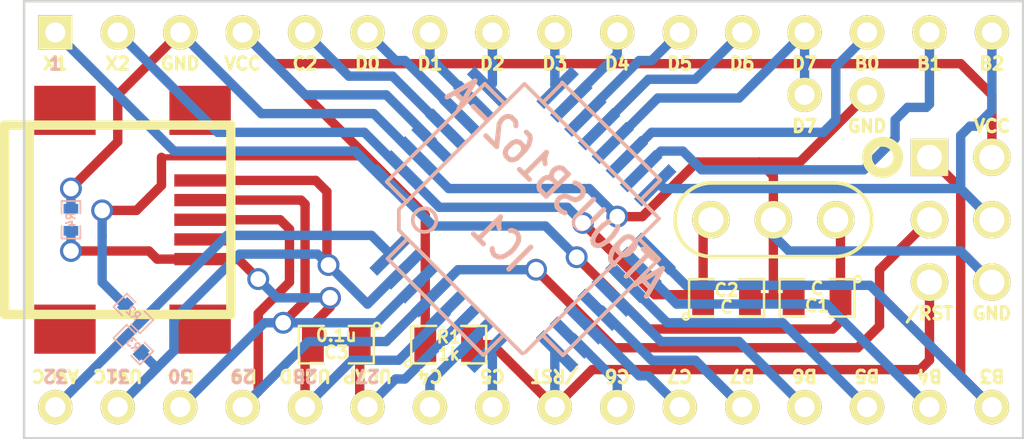
<source format=kicad_pcb>
(kicad_pcb (version 3) (host pcbnew "(2014-02-26 BZR 4721)-product")

  (general
    (links 61)
    (no_connects 0)
    (area 81.117923 92.107512 125.80741 115.900708)
    (thickness 1.6)
    (drawings 48)
    (tracks 270)
    (zones 0)
    (modules 16)
    (nets 38)
  )

  (page A4)
  (layers
    (15 F.Cu signal)
    (0 B.Cu signal)
    (16 B.Adhes user)
    (17 F.Adhes user)
    (18 B.Paste user)
    (19 F.Paste user)
    (20 B.SilkS user)
    (21 F.SilkS user)
    (22 B.Mask user)
    (23 F.Mask user)
    (24 Dwgs.User user)
    (25 Cmts.User user)
    (26 Eco1.User user)
    (27 Eco2.User user)
    (28 Edge.Cuts user)
  )

  (setup
    (last_trace_width 0.254)
    (user_trace_width 0.381)
    (user_trace_width 0.508)
    (trace_clearance 0.254)
    (zone_clearance 0.508)
    (zone_45_only no)
    (trace_min 0.254)
    (segment_width 0.2)
    (edge_width 0.1)
    (via_size 0.889)
    (via_drill 0.635)
    (via_min_size 0.889)
    (via_min_drill 0.508)
    (uvia_size 0.508)
    (uvia_drill 0.127)
    (uvias_allowed no)
    (uvia_min_size 0.508)
    (uvia_min_drill 0.127)
    (pcb_text_width 0.3)
    (pcb_text_size 1.5 1.5)
    (mod_edge_width 0.15)
    (mod_text_size 1 1)
    (mod_text_width 0.15)
    (pad_size 1.397 1.397)
    (pad_drill 0.8128)
    (pad_to_mask_clearance 0)
    (aux_axis_origin 0 0)
    (visible_elements FFFFFF7F)
    (pcbplotparams
      (layerselection 3178497)
      (usegerberextensions true)
      (excludeedgelayer true)
      (linewidth 0.150000)
      (plotframeref false)
      (viasonmask false)
      (mode 1)
      (useauxorigin false)
      (hpglpennumber 1)
      (hpglpenspeed 20)
      (hpglpendiameter 15)
      (hpglpenoverlay 2)
      (psnegative false)
      (psa4output false)
      (plotreference true)
      (plotvalue true)
      (plotothertext true)
      (plotinvisibletext false)
      (padsonsilk false)
      (subtractmaskfromsilk false)
      (outputformat 1)
      (mirror false)
      (drillshape 1)
      (scaleselection 1)
      (outputdirectory ""))
  )

  (net 0 "")
  (net 1 /a1)
  (net 2 /a10)
  (net 3 /a11)
  (net 4 /a12)
  (net 5 /a13)
  (net 6 /a14)
  (net 7 /a15)
  (net 8 /a16)
  (net 9 /a17)
  (net 10 /a18)
  (net 11 /a19)
  (net 12 /a2)
  (net 13 /a20)
  (net 14 /a21)
  (net 15 /a22)
  (net 16 /a23)
  (net 17 /a24)
  (net 18 /a25)
  (net 19 /a26)
  (net 20 /a27)
  (net 21 /a28)
  (net 22 /a29)
  (net 23 /a30)
  (net 24 /a31)
  (net 25 /a32)
  (net 26 /a4)
  (net 27 /a5)
  (net 28 /a6)
  (net 29 /a7)
  (net 30 /a8)
  (net 31 /a9)
  (net 32 GND)
  (net 33 "Net-(CON1-Pad4)")
  (net 34 "Net-(CON1-Pad6)")
  (net 35 "Net-(CON1-Pad7)")
  (net 36 "Net-(CON1-Pad8)")
  (net 37 "Net-(CON1-Pad9)")

  (net_class Default "This is the default net class."
    (clearance 0.254)
    (trace_width 0.254)
    (via_dia 0.889)
    (via_drill 0.635)
    (uvia_dia 0.508)
    (uvia_drill 0.127)
    (add_net "")
    (add_net /a1)
    (add_net /a10)
    (add_net /a11)
    (add_net /a12)
    (add_net /a13)
    (add_net /a14)
    (add_net /a15)
    (add_net /a16)
    (add_net /a17)
    (add_net /a18)
    (add_net /a19)
    (add_net /a2)
    (add_net /a20)
    (add_net /a21)
    (add_net /a22)
    (add_net /a23)
    (add_net /a24)
    (add_net /a25)
    (add_net /a26)
    (add_net /a27)
    (add_net /a28)
    (add_net /a29)
    (add_net /a30)
    (add_net /a31)
    (add_net /a32)
    (add_net /a4)
    (add_net /a5)
    (add_net /a6)
    (add_net /a7)
    (add_net /a8)
    (add_net /a9)
    (add_net GND)
    (add_net "Net-(CON1-Pad4)")
    (add_net "Net-(CON1-Pad6)")
    (add_net "Net-(CON1-Pad7)")
    (add_net "Net-(CON1-Pad8)")
    (add_net "Net-(CON1-Pad9)")
  )

  (module conn:SIL-2 (layer F.Cu) (tedit 5385053E) (tstamp 53850256)
    (at 115.57 99.06)
    (descr "Connecteurs 2 pins")
    (tags "CONN DEV")
    (path /53850976)
    (fp_text reference P1 (at 0 -2.54) (layer F.SilkS) hide
      (effects (font (size 1.72974 1.08712) (thickness 0.27178)))
    )
    (fp_text value CONN_2 (at 0 -2.54) (layer F.SilkS) hide
      (effects (font (size 1.524 1.016) (thickness 0.3048)))
    )
    (pad 1 thru_hole circle (at -1.27 0) (size 1.397 1.397) (drill 0.8128) (layers *.Cu *.Mask F.SilkS)
      (net 5 /a13))
    (pad 2 thru_hole circle (at 1.27 0) (size 1.397 1.397) (drill 0.8128) (layers *.Cu *.Mask F.SilkS)
      (net 32 GND))
  )

  (module conn:SIL-8 (layer F.Cu) (tedit 5384FD5A) (tstamp 5383A6F6)
    (at 113.03 96.52)
    (descr "Connecteur 8 pins")
    (tags "CONN DEV")
    (path /5383A0E4)
    (fp_text reference P3 (at -6.35 -2.54) (layer F.SilkS) hide
      (effects (font (size 1.72974 1.08712) (thickness 0.27178)))
    )
    (fp_text value CONN_8 (at 5.08 -2.54) (layer F.SilkS) hide
      (effects (font (size 1.524 1.016) (thickness 0.254)))
    )
    (pad 1 thru_hole circle (at -8.89 0) (size 1.397 1.397) (drill 0.8128) (layers *.Cu *.Mask F.SilkS)
      (net 31 /a9))
    (pad 2 thru_hole circle (at -6.35 0) (size 1.397 1.397) (drill 0.8128) (layers *.Cu *.Mask F.SilkS)
      (net 2 /a10))
    (pad 3 thru_hole circle (at -3.81 0) (size 1.397 1.397) (drill 0.8128) (layers *.Cu *.Mask F.SilkS)
      (net 3 /a11))
    (pad 4 thru_hole circle (at -1.27 0) (size 1.397 1.397) (drill 0.8128) (layers *.Cu *.Mask F.SilkS)
      (net 4 /a12))
    (pad 5 thru_hole circle (at 1.27 0) (size 1.397 1.397) (drill 0.8128) (layers *.Cu *.Mask F.SilkS)
      (net 5 /a13))
    (pad 6 thru_hole circle (at 3.81 0) (size 1.397 1.397) (drill 0.8128) (layers *.Cu *.Mask F.SilkS)
      (net 6 /a14))
    (pad 7 thru_hole circle (at 6.35 0) (size 1.397 1.397) (drill 0.8128) (layers *.Cu *.Mask F.SilkS)
      (net 7 /a15))
    (pad 8 thru_hole circle (at 8.89 0) (size 1.397 1.397) (drill 0.8128) (layers *.Cu *.Mask F.SilkS)
      (net 8 /a16))
  )

  (module conn:SIL-8 (layer F.Cu) (tedit 5384FD62) (tstamp 5383A6E5)
    (at 92.71 96.52)
    (descr "Connecteur 8 pins")
    (tags "CONN DEV")
    (path /5383A0D2)
    (fp_text reference P2 (at -6.35 -2.54) (layer F.SilkS) hide
      (effects (font (size 1.72974 1.08712) (thickness 0.27178)))
    )
    (fp_text value CONN_8 (at 5.08 -2.54) (layer F.SilkS) hide
      (effects (font (size 1.524 1.016) (thickness 0.254)))
    )
    (pad 1 thru_hole rect (at -8.89 0) (size 1.397 1.397) (drill 0.8128) (layers *.Cu *.Mask F.SilkS)
      (net 1 /a1))
    (pad 2 thru_hole circle (at -6.35 0) (size 1.397 1.397) (drill 0.8128) (layers *.Cu *.Mask F.SilkS)
      (net 12 /a2))
    (pad 3 thru_hole circle (at -3.81 0) (size 1.397 1.397) (drill 0.8128) (layers *.Cu *.Mask F.SilkS)
      (net 32 GND))
    (pad 4 thru_hole circle (at -1.27 0) (size 1.397 1.397) (drill 0.8128) (layers *.Cu *.Mask F.SilkS)
      (net 26 /a4))
    (pad 5 thru_hole circle (at 1.27 0) (size 1.397 1.397) (drill 0.8128) (layers *.Cu *.Mask F.SilkS)
      (net 27 /a5))
    (pad 6 thru_hole circle (at 3.81 0) (size 1.397 1.397) (drill 0.8128) (layers *.Cu *.Mask F.SilkS)
      (net 28 /a6))
    (pad 7 thru_hole circle (at 6.35 0) (size 1.397 1.397) (drill 0.8128) (layers *.Cu *.Mask F.SilkS)
      (net 29 /a7))
    (pad 8 thru_hole circle (at 8.89 0) (size 1.397 1.397) (drill 0.8128) (layers *.Cu *.Mask F.SilkS)
      (net 30 /a8))
  )

  (module conn:SIL-8 (layer F.Cu) (tedit 5384EA5C) (tstamp 5383A718)
    (at 92.71 111.76 180)
    (descr "Connecteur 8 pins")
    (tags "CONN DEV")
    (path /5383A11E)
    (fp_text reference P5 (at -6.35 -2.54 180) (layer F.SilkS) hide
      (effects (font (size 1.72974 1.08712) (thickness 0.27178)))
    )
    (fp_text value CONN_8 (at 5.08 -2.54 180) (layer F.SilkS) hide
      (effects (font (size 1.524 1.016) (thickness 0.254)))
    )
    (pad 1 thru_hole circle (at -8.89 0 180) (size 1.397 1.397) (drill 0.8128) (layers *.Cu *.Mask F.SilkS)
      (net 18 /a25))
    (pad 2 thru_hole circle (at -6.35 0 180) (size 1.397 1.397) (drill 0.8128) (layers *.Cu *.Mask F.SilkS)
      (net 19 /a26))
    (pad 3 thru_hole circle (at -3.81 0 180) (size 1.397 1.397) (drill 0.8128) (layers *.Cu *.Mask F.SilkS)
      (net 20 /a27))
    (pad 4 thru_hole circle (at -1.27 0 180) (size 1.397 1.397) (drill 0.8128) (layers *.Cu *.Mask F.SilkS)
      (net 21 /a28))
    (pad 5 thru_hole circle (at 1.27 0 180) (size 1.397 1.397) (drill 0.8128) (layers *.Cu *.Mask F.SilkS)
      (net 22 /a29))
    (pad 6 thru_hole circle (at 3.81 0 180) (size 1.397 1.397) (drill 0.8128) (layers *.Cu *.Mask F.SilkS)
      (net 23 /a30))
    (pad 7 thru_hole circle (at 6.35 0 180) (size 1.397 1.397) (drill 0.8128) (layers *.Cu *.Mask F.SilkS)
      (net 24 /a31))
    (pad 8 thru_hole circle (at 8.89 0 180) (size 1.397 1.397) (drill 0.8128) (layers *.Cu *.Mask F.SilkS)
      (net 25 /a32))
  )

  (module conn:SIL-8 (layer F.Cu) (tedit 5384F17B) (tstamp 5383A707)
    (at 113.03 111.76 180)
    (descr "Connecteur 8 pins")
    (tags "CONN DEV")
    (path /5383A113)
    (fp_text reference P4 (at -6.35 -2.54 180) (layer F.SilkS) hide
      (effects (font (size 1.72974 1.08712) (thickness 0.27178)))
    )
    (fp_text value CONN_8 (at 5.08 -2.54 180) (layer F.SilkS) hide
      (effects (font (size 1.524 1.016) (thickness 0.254)))
    )
    (pad 1 thru_hole circle (at -8.89 0 180) (size 1.397 1.397) (drill 0.8128) (layers *.Cu *.Mask F.SilkS)
      (net 9 /a17))
    (pad 2 thru_hole circle (at -6.35 0 180) (size 1.397 1.397) (drill 0.8128) (layers *.Cu *.Mask F.SilkS)
      (net 10 /a18))
    (pad 3 thru_hole circle (at -3.81 0 180) (size 1.397 1.397) (drill 0.8128) (layers *.Cu *.Mask F.SilkS)
      (net 11 /a19))
    (pad 4 thru_hole circle (at -1.27 0 180) (size 1.397 1.397) (drill 0.8128) (layers *.Cu *.Mask F.SilkS)
      (net 13 /a20))
    (pad 5 thru_hole circle (at 1.27 0 180) (size 1.397 1.397) (drill 0.8128) (layers *.Cu *.Mask F.SilkS)
      (net 14 /a21))
    (pad 6 thru_hole circle (at 3.81 0 180) (size 1.397 1.397) (drill 0.8128) (layers *.Cu *.Mask F.SilkS)
      (net 15 /a22))
    (pad 7 thru_hole circle (at 6.35 0 180) (size 1.397 1.397) (drill 0.8128) (layers *.Cu *.Mask F.SilkS)
      (net 16 /a23))
    (pad 8 thru_hole circle (at 8.89 0 180) (size 1.397 1.397) (drill 0.8128) (layers *.Cu *.Mask F.SilkS)
      (net 17 /a24))
  )

  (module cms:TQFP32 (layer B.Cu) (tedit 43A670DA) (tstamp 5383A69E)
    (at 102.87 104.14 315)
    (path /5383A972)
    (fp_text reference IC1 (at 0 1.27 315) (layer B.SilkS)
      (effects (font (size 1.27 1.016) (thickness 0.2032)) (justify mirror))
    )
    (fp_text value AT90USB162-A (at 0 -1.905 315) (layer B.SilkS)
      (effects (font (size 1.27 1.016) (thickness 0.2032)) (justify mirror))
    )
    (fp_line (start 5.0292 -2.7686) (end 3.8862 -2.7686) (layer B.SilkS) (width 0.1524))
    (fp_line (start 5.0292 2.7686) (end 3.9116 2.7686) (layer B.SilkS) (width 0.1524))
    (fp_line (start 5.0292 -2.7686) (end 5.0292 2.7686) (layer B.SilkS) (width 0.1524))
    (fp_line (start 2.794 -3.9624) (end 2.794 -5.0546) (layer B.SilkS) (width 0.1524))
    (fp_line (start -2.8194 -3.9878) (end -2.8194 -5.0546) (layer B.SilkS) (width 0.1524))
    (fp_line (start -2.8448 -5.0546) (end 2.794 -5.08) (layer B.SilkS) (width 0.1524))
    (fp_line (start -2.794 5.0292) (end 2.7178 5.0546) (layer B.SilkS) (width 0.1524))
    (fp_line (start -3.8862 3.2766) (end -3.8862 -3.9116) (layer B.SilkS) (width 0.1524))
    (fp_line (start 2.7432 5.0292) (end 2.7432 3.9878) (layer B.SilkS) (width 0.1524))
    (fp_line (start -3.2512 3.8862) (end 3.81 3.8862) (layer B.SilkS) (width 0.1524))
    (fp_line (start 3.8608 -3.937) (end 3.8608 3.7846) (layer B.SilkS) (width 0.1524))
    (fp_line (start -3.8862 -3.937) (end 3.7338 -3.937) (layer B.SilkS) (width 0.1524))
    (fp_line (start -5.0292 2.8448) (end -5.0292 -2.794) (layer B.SilkS) (width 0.1524))
    (fp_line (start -5.0292 -2.794) (end -3.8862 -2.794) (layer B.SilkS) (width 0.1524))
    (fp_line (start -3.87604 3.302) (end -3.29184 3.8862) (layer B.SilkS) (width 0.1524))
    (fp_line (start -5.02412 2.8448) (end -3.87604 2.8448) (layer B.SilkS) (width 0.1524))
    (fp_line (start -2.794 3.8862) (end -2.794 5.03428) (layer B.SilkS) (width 0.1524))
    (fp_circle (center -2.83972 2.86004) (end -2.43332 2.60604) (layer B.SilkS) (width 0.1524))
    (pad 8 smd rect (at -4.81584 -2.77622 315) (size 1.99898 0.44958) (layers B.Cu B.Paste B.Mask)
      (net 30 /a8))
    (pad 7 smd rect (at -4.81584 -1.97612 315) (size 1.99898 0.44958) (layers B.Cu B.Paste B.Mask)
      (net 29 /a7))
    (pad 6 smd rect (at -4.81584 -1.17602 315) (size 1.99898 0.44958) (layers B.Cu B.Paste B.Mask)
      (net 28 /a6))
    (pad 5 smd rect (at -4.81584 -0.37592 315) (size 1.99898 0.44958) (layers B.Cu B.Paste B.Mask)
      (net 27 /a5))
    (pad 4 smd rect (at -4.81584 0.42418 315) (size 1.99898 0.44958) (layers B.Cu B.Paste B.Mask)
      (net 26 /a4))
    (pad 3 smd rect (at -4.81584 1.22428 315) (size 1.99898 0.44958) (layers B.Cu B.Paste B.Mask)
      (net 32 GND))
    (pad 2 smd rect (at -4.81584 2.02438 315) (size 1.99898 0.44958) (layers B.Cu B.Paste B.Mask)
      (net 12 /a2))
    (pad 1 smd rect (at -4.81584 2.82448 315) (size 1.99898 0.44958) (layers B.Cu B.Paste B.Mask)
      (net 1 /a1))
    (pad 24 smd rect (at 4.7498 2.8194 315) (size 1.99898 0.44958) (layers B.Cu B.Paste B.Mask)
      (net 17 /a24))
    (pad 17 smd rect (at 4.7498 -2.794 315) (size 1.99898 0.44958) (layers B.Cu B.Paste B.Mask)
      (net 9 /a17))
    (pad 18 smd rect (at 4.7498 -1.9812 315) (size 1.99898 0.44958) (layers B.Cu B.Paste B.Mask)
      (net 10 /a18))
    (pad 19 smd rect (at 4.7498 -1.1684 315) (size 1.99898 0.44958) (layers B.Cu B.Paste B.Mask)
      (net 11 /a19))
    (pad 20 smd rect (at 4.7498 -0.381 315) (size 1.99898 0.44958) (layers B.Cu B.Paste B.Mask)
      (net 13 /a20))
    (pad 21 smd rect (at 4.7498 0.4318 315) (size 1.99898 0.44958) (layers B.Cu B.Paste B.Mask)
      (net 14 /a21))
    (pad 22 smd rect (at 4.7498 1.2192 315) (size 1.99898 0.44958) (layers B.Cu B.Paste B.Mask)
      (net 15 /a22))
    (pad 23 smd rect (at 4.7498 2.032 315) (size 1.99898 0.44958) (layers B.Cu B.Paste B.Mask)
      (net 16 /a23))
    (pad 32 smd rect (at -2.82448 4.826 315) (size 0.44958 1.99898) (layers B.Cu B.Paste B.Mask)
      (net 25 /a32))
    (pad 31 smd rect (at -2.02692 4.826 315) (size 0.44958 1.99898) (layers B.Cu B.Paste B.Mask)
      (net 24 /a31))
    (pad 30 smd rect (at -1.22428 4.826 315) (size 0.44958 1.99898) (layers B.Cu B.Paste B.Mask)
      (net 23 /a30))
    (pad 29 smd rect (at -0.42672 4.826 315) (size 0.44958 1.99898) (layers B.Cu B.Paste B.Mask)
      (net 22 /a29))
    (pad 28 smd rect (at 0.37592 4.826 315) (size 0.44958 1.99898) (layers B.Cu B.Paste B.Mask)
      (net 21 /a28))
    (pad 27 smd rect (at 1.17348 4.826 315) (size 0.44958 1.99898) (layers B.Cu B.Paste B.Mask)
      (net 20 /a27))
    (pad 26 smd rect (at 1.97612 4.826 315) (size 0.44958 1.99898) (layers B.Cu B.Paste B.Mask)
      (net 19 /a26))
    (pad 25 smd rect (at 2.77368 4.826 315) (size 0.44958 1.99898) (layers B.Cu B.Paste B.Mask)
      (net 18 /a25))
    (pad 9 smd rect (at -2.8194 -4.7752 315) (size 0.44958 1.99898) (layers B.Cu B.Paste B.Mask)
      (net 31 /a9))
    (pad 10 smd rect (at -2.032 -4.7752 315) (size 0.44958 1.99898) (layers B.Cu B.Paste B.Mask)
      (net 2 /a10))
    (pad 11 smd rect (at -1.2192 -4.7752 315) (size 0.44958 1.99898) (layers B.Cu B.Paste B.Mask)
      (net 3 /a11))
    (pad 12 smd rect (at -0.4318 -4.7752 315) (size 0.44958 1.99898) (layers B.Cu B.Paste B.Mask)
      (net 4 /a12))
    (pad 13 smd rect (at 0.3556 -4.7752 315) (size 0.44958 1.99898) (layers B.Cu B.Paste B.Mask)
      (net 5 /a13))
    (pad 14 smd rect (at 1.1684 -4.7752 315) (size 0.44958 1.99898) (layers B.Cu B.Paste B.Mask)
      (net 6 /a14))
    (pad 15 smd rect (at 1.9812 -4.7752 315) (size 0.44958 1.99898) (layers B.Cu B.Paste B.Mask)
      (net 7 /a15))
    (pad 16 smd rect (at 2.794 -4.7752 315) (size 0.44958 1.99898) (layers B.Cu B.Paste B.Mask)
      (net 8 /a16))
    (model smd/tqfp32.wrl
      (at (xyz 0 0 0))
      (scale (xyz 1 1 1))
      (rotate (xyz 0 0 0))
    )
  )

  (module custom:USB_MINI_B_fixed (layer F.Cu) (tedit 5384EA54) (tstamp 53841F0C)
    (at 86.36 104.14)
    (descr "USB Mini-B 5-pin SMD connector")
    (tags "USB, Mini-B, connector")
    (path /5383AE73)
    (fp_text reference CON1 (at 0 6.90118) (layer F.SilkS) hide
      (effects (font (size 1.016 1.016) (thickness 0.2032)))
    )
    (fp_text value USB-MINI-B (at 0 -7.0993) (layer F.SilkS) hide
      (effects (font (size 1.016 1.016) (thickness 0.2032)))
    )
    (fp_line (start -3.59918 -3.85064) (end -3.59918 3.85064) (layer F.SilkS) (width 0.381))
    (fp_line (start -4.59994 -3.85064) (end -4.59994 3.85064) (layer F.SilkS) (width 0.381))
    (fp_line (start -4.59994 3.85064) (end 4.59994 3.85064) (layer F.SilkS) (width 0.381))
    (fp_line (start 4.59994 3.85064) (end 4.59994 -3.85064) (layer F.SilkS) (width 0.381))
    (fp_line (start 4.59994 -3.85064) (end -4.59994 -3.85064) (layer F.SilkS) (width 0.381))
    (pad 1 smd rect (at 3.44932 -1.6002) (size 2.30124 0.50038) (layers F.Cu F.Paste F.Mask)
      (net 24 /a31))
    (pad 2 smd rect (at 3.44932 -0.8001) (size 2.30124 0.50038) (layers F.Cu F.Paste F.Mask)
      (net 23 /a30))
    (pad 3 smd rect (at 3.44932 0) (size 2.30124 0.50038) (layers F.Cu F.Paste F.Mask)
      (net 22 /a29))
    (pad 4 smd rect (at 3.44932 0.8001) (size 2.30124 0.50038) (layers F.Cu F.Paste F.Mask)
      (net 33 "Net-(CON1-Pad4)"))
    (pad 5 smd rect (at 3.44932 1.6002) (size 2.30124 0.50038) (layers F.Cu F.Paste F.Mask)
      (net 21 /a28))
    (pad 6 smd rect (at 3.35026 -4.45008) (size 2.49936 1.99898) (layers F.Cu F.Paste F.Mask)
      (net 34 "Net-(CON1-Pad6)"))
    (pad 7 smd rect (at -2.14884 -4.45008) (size 2.49936 1.99898) (layers F.Cu F.Paste F.Mask)
      (net 35 "Net-(CON1-Pad7)"))
    (pad 8 smd rect (at 3.35026 4.45008) (size 2.49936 1.99898) (layers F.Cu F.Paste F.Mask)
      (net 36 "Net-(CON1-Pad8)"))
    (pad 9 smd rect (at -2.14884 4.45008) (size 2.49936 1.99898) (layers F.Cu F.Paste F.Mask)
      (net 37 "Net-(CON1-Pad9)"))
    (pad "" np_thru_hole circle (at 0.8509 -2.19964) (size 0.89916 0.89916) (drill 0.89916) (layers *.Cu *.Mask F.SilkS))
    (pad "" np_thru_hole circle (at 0.8509 2.19964) (size 0.89916 0.89916) (drill 0.89916) (layers *.Cu *.Mask F.SilkS))
  )

  (module cms:SM0805 (layer F.Cu) (tedit 5091495C) (tstamp 538504CE)
    (at 114.808 107.315 180)
    (path /5384F1DD)
    (attr smd)
    (fp_text reference C1 (at 0 -0.3175 180) (layer F.SilkS)
      (effects (font (size 0.50038 0.50038) (thickness 0.10922)))
    )
    (fp_text value C (at 0 0.381 180) (layer F.SilkS)
      (effects (font (size 0.50038 0.50038) (thickness 0.10922)))
    )
    (fp_circle (center -1.651 0.762) (end -1.651 0.635) (layer F.SilkS) (width 0.09906))
    (fp_line (start -0.508 0.762) (end -1.524 0.762) (layer F.SilkS) (width 0.09906))
    (fp_line (start -1.524 0.762) (end -1.524 -0.762) (layer F.SilkS) (width 0.09906))
    (fp_line (start -1.524 -0.762) (end -0.508 -0.762) (layer F.SilkS) (width 0.09906))
    (fp_line (start 0.508 -0.762) (end 1.524 -0.762) (layer F.SilkS) (width 0.09906))
    (fp_line (start 1.524 -0.762) (end 1.524 0.762) (layer F.SilkS) (width 0.09906))
    (fp_line (start 1.524 0.762) (end 0.508 0.762) (layer F.SilkS) (width 0.09906))
    (pad 1 smd rect (at -0.9525 0 180) (size 0.889 1.397) (layers F.Cu F.Paste F.Mask)
      (net 1 /a1))
    (pad 2 smd rect (at 0.9525 0 180) (size 0.889 1.397) (layers F.Cu F.Paste F.Mask)
      (net 32 GND))
    (model smd/chip_cms.wrl
      (at (xyz 0 0 0))
      (scale (xyz 0.1 0.1 0.1))
      (rotate (xyz 0 0 0))
    )
  )

  (module cms:SM0805 (layer F.Cu) (tedit 5091495C) (tstamp 538504C0)
    (at 111.125 107.315)
    (path /5384F1EF)
    (attr smd)
    (fp_text reference C2 (at 0 -0.3175) (layer F.SilkS)
      (effects (font (size 0.50038 0.50038) (thickness 0.10922)))
    )
    (fp_text value C (at 0 0.381) (layer F.SilkS)
      (effects (font (size 0.50038 0.50038) (thickness 0.10922)))
    )
    (fp_circle (center -1.651 0.762) (end -1.651 0.635) (layer F.SilkS) (width 0.09906))
    (fp_line (start -0.508 0.762) (end -1.524 0.762) (layer F.SilkS) (width 0.09906))
    (fp_line (start -1.524 0.762) (end -1.524 -0.762) (layer F.SilkS) (width 0.09906))
    (fp_line (start -1.524 -0.762) (end -0.508 -0.762) (layer F.SilkS) (width 0.09906))
    (fp_line (start 0.508 -0.762) (end 1.524 -0.762) (layer F.SilkS) (width 0.09906))
    (fp_line (start 1.524 -0.762) (end 1.524 0.762) (layer F.SilkS) (width 0.09906))
    (fp_line (start 1.524 0.762) (end 0.508 0.762) (layer F.SilkS) (width 0.09906))
    (pad 1 smd rect (at -0.9525 0) (size 0.889 1.397) (layers F.Cu F.Paste F.Mask)
      (net 12 /a2))
    (pad 2 smd rect (at 0.9525 0) (size 0.889 1.397) (layers F.Cu F.Paste F.Mask)
      (net 32 GND))
    (model smd/chip_cms.wrl
      (at (xyz 0 0 0))
      (scale (xyz 0.1 0.1 0.1))
      (rotate (xyz 0 0 0))
    )
  )

  (module cms:SM0805 (layer F.Cu) (tedit 5091495C) (tstamp 53854F89)
    (at 95.25 109.22 180)
    (path /53850024)
    (attr smd)
    (fp_text reference C3 (at 0 -0.3175 180) (layer F.SilkS)
      (effects (font (size 0.50038 0.50038) (thickness 0.10922)))
    )
    (fp_text value 0.1u (at 0 0.381 180) (layer F.SilkS)
      (effects (font (size 0.50038 0.50038) (thickness 0.10922)))
    )
    (fp_circle (center -1.651 0.762) (end -1.651 0.635) (layer F.SilkS) (width 0.09906))
    (fp_line (start -0.508 0.762) (end -1.524 0.762) (layer F.SilkS) (width 0.09906))
    (fp_line (start -1.524 0.762) (end -1.524 -0.762) (layer F.SilkS) (width 0.09906))
    (fp_line (start -1.524 -0.762) (end -0.508 -0.762) (layer F.SilkS) (width 0.09906))
    (fp_line (start 0.508 -0.762) (end 1.524 -0.762) (layer F.SilkS) (width 0.09906))
    (fp_line (start 1.524 -0.762) (end 1.524 0.762) (layer F.SilkS) (width 0.09906))
    (fp_line (start 1.524 0.762) (end 0.508 0.762) (layer F.SilkS) (width 0.09906))
    (pad 1 smd rect (at -0.9525 0 180) (size 0.889 1.397) (layers F.Cu F.Paste F.Mask)
      (net 20 /a27))
    (pad 2 smd rect (at 0.9525 0 180) (size 0.889 1.397) (layers F.Cu F.Paste F.Mask)
      (net 21 /a28))
    (model smd/chip_cms.wrl
      (at (xyz 0 0 0))
      (scale (xyz 0.1 0.1 0.1))
      (rotate (xyz 0 0 0))
    )
  )

  (module custom:ISP (layer F.Cu) (tedit 53850541) (tstamp 53854F94)
    (at 120.65 104.14 270)
    (descr "ISP Header")
    (tags ISP)
    (path /5384F4AD)
    (fp_text reference P7 (at 0 -3.81 270) (layer F.SilkS) hide
      (effects (font (size 1.016 1.016) (thickness 0.2032)))
    )
    (fp_text value ISP (at 0 3.81 270) (layer F.SilkS) hide
      (effects (font (size 1.016 1.016) (thickness 0.2032)))
    )
    (fp_circle (center -2.54 3.175) (end -2.54 2.54) (layer F.SilkS) (width 0.404))
    (pad 1 thru_hole rect (at -2.54 1.27 270) (size 1.524 1.524) (drill 1.016) (layers *.Cu *.Mask F.SilkS)
      (net 9 /a17))
    (pad 2 thru_hole circle (at -2.54 -1.27 270) (size 1.524 1.524) (drill 1.016) (layers *.Cu *.Mask F.SilkS)
      (net 26 /a4))
    (pad 3 thru_hole circle (at 0 1.27 270) (size 1.524 1.524) (drill 1.016) (layers *.Cu *.Mask F.SilkS)
      (net 22 /a29))
    (pad 4 thru_hole circle (at 0 -1.27 270) (size 1.524 1.524) (drill 1.016) (layers *.Cu *.Mask F.SilkS)
      (net 8 /a16))
    (pad 5 thru_hole circle (at 2.54 1.27 270) (size 1.524 1.524) (drill 1.016) (layers *.Cu *.Mask F.SilkS)
      (net 17 /a24))
    (pad 6 thru_hole circle (at 2.54 -1.27 270) (size 1.524 1.524) (drill 1.016) (layers *.Cu *.Mask F.SilkS)
      (net 32 GND))
    (model pin_array/pins_array_3x2.wrl
      (at (xyz 0 0 0))
      (scale (xyz 1 1 1))
      (rotate (xyz 0 0 0))
    )
  )

  (module cms:SM0805 (layer F.Cu) (tedit 5091495C) (tstamp 53854FA1)
    (at 99.822 109.22)
    (path /5384ED29)
    (attr smd)
    (fp_text reference R1 (at 0 -0.3175) (layer F.SilkS)
      (effects (font (size 0.50038 0.50038) (thickness 0.10922)))
    )
    (fp_text value 1k (at 0 0.381) (layer F.SilkS)
      (effects (font (size 0.50038 0.50038) (thickness 0.10922)))
    )
    (fp_circle (center -1.651 0.762) (end -1.651 0.635) (layer F.SilkS) (width 0.09906))
    (fp_line (start -0.508 0.762) (end -1.524 0.762) (layer F.SilkS) (width 0.09906))
    (fp_line (start -1.524 0.762) (end -1.524 -0.762) (layer F.SilkS) (width 0.09906))
    (fp_line (start -1.524 -0.762) (end -0.508 -0.762) (layer F.SilkS) (width 0.09906))
    (fp_line (start 0.508 -0.762) (end 1.524 -0.762) (layer F.SilkS) (width 0.09906))
    (fp_line (start 1.524 -0.762) (end 1.524 0.762) (layer F.SilkS) (width 0.09906))
    (fp_line (start 1.524 0.762) (end 0.508 0.762) (layer F.SilkS) (width 0.09906))
    (pad 1 smd rect (at -0.9525 0) (size 0.889 1.397) (layers F.Cu F.Paste F.Mask)
      (net 26 /a4))
    (pad 2 smd rect (at 0.9525 0) (size 0.889 1.397) (layers F.Cu F.Paste F.Mask)
      (net 17 /a24))
    (model smd/chip_cms.wrl
      (at (xyz 0 0 0))
      (scale (xyz 0.1 0.1 0.1))
      (rotate (xyz 0 0 0))
    )
  )

  (module cms:SM0402_r (layer B.Cu) (tedit 5141C458) (tstamp 53854FAD)
    (at 86.995 107.95 315)
    (path /5384F97D)
    (attr smd)
    (fp_text reference R2 (at 0 0 315) (layer B.SilkS)
      (effects (font (size 0.35052 0.3048) (thickness 0.07112)) (justify mirror))
    )
    (fp_text value 0 (at 0.09906 0 315) (layer B.SilkS) hide
      (effects (font (size 0.35052 0.3048) (thickness 0.07112)) (justify mirror))
    )
    (fp_line (start -0.254 0.381) (end -0.762 0.381) (layer B.SilkS) (width 0.07112))
    (fp_line (start -0.762 0.381) (end -0.762 -0.381) (layer B.SilkS) (width 0.07112))
    (fp_line (start -0.762 -0.381) (end -0.254 -0.381) (layer B.SilkS) (width 0.07112))
    (fp_line (start 0.254 0.381) (end 0.762 0.381) (layer B.SilkS) (width 0.07112))
    (fp_line (start 0.762 0.381) (end 0.762 -0.381) (layer B.SilkS) (width 0.07112))
    (fp_line (start 0.762 -0.381) (end 0.254 -0.381) (layer B.SilkS) (width 0.07112))
    (pad 1 smd rect (at -0.44958 0 315) (size 0.39878 0.59944) (layers B.Cu B.Paste B.Mask)
      (net 26 /a4))
    (pad 2 smd rect (at 0.44958 0 315) (size 0.39878 0.59944) (layers B.Cu B.Paste B.Mask)
      (net 25 /a32))
    (model smd/resistors/R0402.wrl
      (at (xyz 0 0 0))
      (scale (xyz 0.27 0.27 0.27))
      (rotate (xyz 0 0 0))
    )
  )

  (module cms:SM0402_r (layer B.Cu) (tedit 5141C458) (tstamp 53854FB9)
    (at 86.995 109.22 135)
    (path /5384F994)
    (attr smd)
    (fp_text reference R3 (at 0 0 135) (layer B.SilkS)
      (effects (font (size 0.35052 0.3048) (thickness 0.07112)) (justify mirror))
    )
    (fp_text value 0 (at 0.09906 0 135) (layer B.SilkS) hide
      (effects (font (size 0.35052 0.3048) (thickness 0.07112)) (justify mirror))
    )
    (fp_line (start -0.254 0.381) (end -0.762 0.381) (layer B.SilkS) (width 0.07112))
    (fp_line (start -0.762 0.381) (end -0.762 -0.381) (layer B.SilkS) (width 0.07112))
    (fp_line (start -0.762 -0.381) (end -0.254 -0.381) (layer B.SilkS) (width 0.07112))
    (fp_line (start 0.254 0.381) (end 0.762 0.381) (layer B.SilkS) (width 0.07112))
    (fp_line (start 0.762 0.381) (end 0.762 -0.381) (layer B.SilkS) (width 0.07112))
    (fp_line (start 0.762 -0.381) (end 0.254 -0.381) (layer B.SilkS) (width 0.07112))
    (pad 1 smd rect (at -0.44958 0 135) (size 0.39878 0.59944) (layers B.Cu B.Paste B.Mask)
      (net 24 /a31))
    (pad 2 smd rect (at 0.44958 0 135) (size 0.39878 0.59944) (layers B.Cu B.Paste B.Mask)
      (net 25 /a32))
    (model smd/resistors/R0402.wrl
      (at (xyz 0 0 0))
      (scale (xyz 0.27 0.27 0.27))
      (rotate (xyz 0 0 0))
    )
  )

  (module cms:SM0402_r (layer B.Cu) (tedit 5141C458) (tstamp 53854FC5)
    (at 84.455 104.14 270)
    (path /5384FE1C)
    (attr smd)
    (fp_text reference R4 (at 0 0 270) (layer B.SilkS)
      (effects (font (size 0.35052 0.3048) (thickness 0.07112)) (justify mirror))
    )
    (fp_text value 0 (at 0.09906 0 270) (layer B.SilkS) hide
      (effects (font (size 0.35052 0.3048) (thickness 0.07112)) (justify mirror))
    )
    (fp_line (start -0.254 0.381) (end -0.762 0.381) (layer B.SilkS) (width 0.07112))
    (fp_line (start -0.762 0.381) (end -0.762 -0.381) (layer B.SilkS) (width 0.07112))
    (fp_line (start -0.762 -0.381) (end -0.254 -0.381) (layer B.SilkS) (width 0.07112))
    (fp_line (start 0.254 0.381) (end 0.762 0.381) (layer B.SilkS) (width 0.07112))
    (fp_line (start 0.762 0.381) (end 0.762 -0.381) (layer B.SilkS) (width 0.07112))
    (fp_line (start 0.762 -0.381) (end 0.254 -0.381) (layer B.SilkS) (width 0.07112))
    (pad 1 smd rect (at -0.44958 0 270) (size 0.39878 0.59944) (layers B.Cu B.Paste B.Mask)
      (net 32 GND))
    (pad 2 smd rect (at 0.44958 0 270) (size 0.39878 0.59944) (layers B.Cu B.Paste B.Mask)
      (net 21 /a28))
    (model smd/resistors/R0402.wrl
      (at (xyz 0 0 0))
      (scale (xyz 0.27 0.27 0.27))
      (rotate (xyz 0 0 0))
    )
  )

  (module custom:CRYSTAL_RESONATOR (layer F.Cu) (tedit 53850784) (tstamp 5385510B)
    (at 113.03 104.14 180)
    (tags "XTAL RESONATOR")
    (path /5384EFA0)
    (fp_text reference X1 (at 0.254 -2.159 180) (layer F.SilkS) hide
      (effects (font (size 1.016 1.016) (thickness 0.1524)))
    )
    (fp_text value CRYSTAL_RESONATOR (at -1.27 -1.016 180) (layer F.SilkS) hide
      (effects (font (size 0.508 0.508) (thickness 0.127)))
    )
    (fp_line (start 2.5 1.5) (end -2.5 1.5) (layer F.SilkS) (width 0.15))
    (fp_line (start -2.5 -1.5) (end 2.5 -1.5) (layer F.SilkS) (width 0.15))
    (fp_arc (start 2.5 0) (end 2.5 -1.5) (angle 180) (layer F.SilkS) (width 0.15))
    (fp_arc (start -2.5 0) (end -2.5 1.5) (angle 180) (layer F.SilkS) (width 0.15))
    (pad 1 thru_hole circle (at -2.54 0 180) (size 1.524 1.524) (drill 1.016) (layers *.Cu *.Mask F.SilkS)
      (net 1 /a1))
    (pad 2 thru_hole circle (at 2.54 0 180) (size 1.524 1.524) (drill 1.016) (layers *.Cu *.Mask F.SilkS)
      (net 12 /a2))
    (pad 3 thru_hole circle (at 0 0 180) (size 1.524 1.524) (drill 1.016) (layers *.Cu *.Mask F.SilkS)
      (net 32 GND))
    (model pin_array/pins_array_3x1.wrl
      (at (xyz 0 0 0))
      (scale (xyz 1 1 1))
      (rotate (xyz 0 0 0))
    )
  )

  (gr_text 27 (at 96.52 110.49 180) (layer B.SilkS)
    (effects (font (size 0.508 0.508) (thickness 0.127)))
  )
  (gr_text 28 (at 93.98 110.49 180) (layer B.SilkS)
    (effects (font (size 0.508 0.508) (thickness 0.127)))
  )
  (gr_text VCC (at 121.92 100.33) (layer F.SilkS)
    (effects (font (size 0.508 0.508) (thickness 0.127)))
  )
  (gr_text D7 (at 114.3 100.33) (layer F.SilkS)
    (effects (font (size 0.508 0.508) (thickness 0.127)))
  )
  (gr_text GND (at 116.84 100.33) (layer F.SilkS)
    (effects (font (size 0.508 0.508) (thickness 0.127)))
  )
  (gr_text GND (at 121.92 107.95) (layer F.SilkS)
    (effects (font (size 0.508 0.508) (thickness 0.127)))
  )
  (gr_text /RST (at 119.38 107.95) (layer F.SilkS)
    (effects (font (size 0.508 0.508) (thickness 0.127)))
  )
  (gr_text B3 (at 121.92 110.49 180) (layer F.SilkS)
    (effects (font (size 0.508 0.508) (thickness 0.127)))
  )
  (gr_text B4 (at 119.38 110.49 180) (layer F.SilkS)
    (effects (font (size 0.508 0.508) (thickness 0.127)))
  )
  (gr_text B5 (at 116.84 110.49 180) (layer F.SilkS)
    (effects (font (size 0.508 0.508) (thickness 0.127)))
  )
  (gr_text B6 (at 114.3 110.49 180) (layer F.SilkS)
    (effects (font (size 0.508 0.508) (thickness 0.127)))
  )
  (gr_text B7 (at 111.76 110.49 180) (layer F.SilkS)
    (effects (font (size 0.508 0.508) (thickness 0.127)))
  )
  (gr_text C7 (at 109.22 110.49 180) (layer F.SilkS)
    (effects (font (size 0.508 0.508) (thickness 0.127)))
  )
  (gr_text C6 (at 106.68 110.49 180) (layer F.SilkS)
    (effects (font (size 0.508 0.508) (thickness 0.127)))
  )
  (gr_text /RST (at 104.14 110.49 180) (layer F.SilkS)
    (effects (font (size 0.508 0.508) (thickness 0.127)))
  )
  (gr_text C5 (at 101.6 110.49 180) (layer F.SilkS)
    (effects (font (size 0.508 0.508) (thickness 0.127)))
  )
  (gr_text C4 (at 99.06 110.49 180) (layer F.SilkS)
    (effects (font (size 0.508 0.508) (thickness 0.127)))
  )
  (gr_text UCAP (at 96.52 110.49 180) (layer F.SilkS)
    (effects (font (size 0.508 0.508) (thickness 0.127)))
  )
  (gr_text UGND (at 93.98 110.49 180) (layer F.SilkS)
    (effects (font (size 0.508 0.508) (thickness 0.127)))
  )
  (gr_text D+ (at 91.44 110.49 180) (layer F.SilkS)
    (effects (font (size 0.508 0.508) (thickness 0.127)))
  )
  (gr_text D- (at 88.9 110.49 180) (layer F.SilkS)
    (effects (font (size 0.508 0.508) (thickness 0.127)))
  )
  (gr_text UVCC (at 86.36 110.49 180) (layer F.SilkS)
    (effects (font (size 0.508 0.508) (thickness 0.127)))
  )
  (gr_text AVCC (at 83.82 110.49 180) (layer F.SilkS)
    (effects (font (size 0.508 0.508) (thickness 0.127)))
  )
  (gr_text B2 (at 121.92 97.79) (layer F.SilkS)
    (effects (font (size 0.508 0.508) (thickness 0.127)))
  )
  (gr_text B1 (at 119.38 97.79) (layer F.SilkS)
    (effects (font (size 0.508 0.508) (thickness 0.127)))
  )
  (gr_text B0 (at 116.84 97.79) (layer F.SilkS)
    (effects (font (size 0.508 0.508) (thickness 0.127)))
  )
  (gr_text D7 (at 114.3 97.79) (layer F.SilkS)
    (effects (font (size 0.508 0.508) (thickness 0.127)))
  )
  (gr_text D3 (at 104.14 97.79) (layer F.SilkS) (tstamp 5384EABF)
    (effects (font (size 0.508 0.508) (thickness 0.127)))
  )
  (gr_text D0 (at 96.52 97.79) (layer F.SilkS) (tstamp 5384EABE)
    (effects (font (size 0.508 0.508) (thickness 0.127)))
  )
  (gr_text D1 (at 99.06 97.79) (layer F.SilkS) (tstamp 5384EABD)
    (effects (font (size 0.508 0.508) (thickness 0.127)))
  )
  (gr_text D2 (at 101.6 97.79) (layer F.SilkS) (tstamp 5384EABC)
    (effects (font (size 0.508 0.508) (thickness 0.127)))
  )
  (gr_text D6 (at 111.76 97.79) (layer F.SilkS)
    (effects (font (size 0.508 0.508) (thickness 0.127)))
  )
  (gr_text D5 (at 109.22 97.79) (layer F.SilkS)
    (effects (font (size 0.508 0.508) (thickness 0.127)))
  )
  (gr_text D4 (at 106.68 97.79) (layer F.SilkS)
    (effects (font (size 0.508 0.508) (thickness 0.127)))
  )
  (gr_text C2 (at 93.98 97.79) (layer F.SilkS)
    (effects (font (size 0.508 0.508) (thickness 0.127)))
  )
  (gr_text 29 (at 91.44 110.49 180) (layer B.SilkS)
    (effects (font (size 0.508 0.508) (thickness 0.127)))
  )
  (gr_text 30 (at 88.9 110.49 180) (layer B.SilkS)
    (effects (font (size 0.508 0.508) (thickness 0.127)))
  )
  (gr_text 31 (at 86.36 110.49 180) (layer B.SilkS)
    (effects (font (size 0.508 0.508) (thickness 0.127)))
  )
  (gr_text 32 (at 83.82 110.49 180) (layer B.SilkS)
    (effects (font (size 0.508 0.508) (thickness 0.127)))
  )
  (gr_text VCC (at 91.44 97.79) (layer F.SilkS)
    (effects (font (size 0.508 0.508) (thickness 0.127)))
  )
  (gr_text GND (at 88.9 97.79) (layer F.SilkS)
    (effects (font (size 0.508 0.508) (thickness 0.127)))
  )
  (gr_text X2 (at 86.36 97.79) (layer F.SilkS)
    (effects (font (size 0.508 0.508) (thickness 0.127)))
  )
  (gr_text 1 (at 83.82 97.79) (layer B.SilkS)
    (effects (font (size 0.508 0.508) (thickness 0.127)))
  )
  (gr_text X1 (at 83.82 97.79) (layer F.SilkS)
    (effects (font (size 0.508 0.508) (thickness 0.127)))
  )
  (gr_line (start 82.55 113.03) (end 82.55 95.25) (angle 90) (layer Edge.Cuts) (width 0.1))
  (gr_line (start 123.19 113.03) (end 82.55 113.03) (angle 90) (layer Edge.Cuts) (width 0.1))
  (gr_line (start 123.19 95.25) (end 123.19 113.03) (angle 90) (layer Edge.Cuts) (width 0.1))
  (gr_line (start 82.55 95.25) (end 123.19 95.25) (angle 90) (layer Edge.Cuts) (width 0.1))

  (segment (start 115.7605 107.315) (end 115.7605 104.3305) (width 0.381) (layer F.Cu) (net 1))
  (segment (start 115.7605 104.3305) (end 115.57 104.14) (width 0.381) (layer F.Cu) (net 1) (tstamp 538504FB))
  (segment (start 115.443 108.585) (end 115.57 108.458) (width 0.381) (layer F.Cu) (net 1))
  (segment (start 115.57 108.458) (end 115.824 108.204) (width 0.381) (layer F.Cu) (net 1) (tstamp 538504F6))
  (segment (start 115.824 107.3785) (end 115.7605 107.315) (width 0.381) (layer F.Cu) (net 1) (tstamp 538504F8))
  (segment (start 115.824 108.204) (end 115.824 107.3785) (width 0.381) (layer F.Cu) (net 1) (tstamp 538504F7))
  (segment (start 105.029 105.664) (end 107.95 108.585) (width 0.381) (layer F.Cu) (net 1))
  (segment (start 107.95 108.585) (end 115.443 108.585) (width 0.381) (layer F.Cu) (net 1) (tstamp 538504CF))
  (segment (start 97.467478 102.731896) (end 97.524896 102.731896) (width 0.381) (layer B.Cu) (net 1))
  (segment (start 97.524896 102.731896) (end 99.187 104.394) (width 0.381) (layer B.Cu) (net 1) (tstamp 5385540E))
  (via (at 105.029 105.664) (size 0.889) (layers F.Cu B.Cu) (net 1))
  (segment (start 103.759 104.394) (end 105.029 105.664) (width 0.381) (layer B.Cu) (net 1) (tstamp 53855411))
  (segment (start 99.187 104.394) (end 103.759 104.394) (width 0.381) (layer B.Cu) (net 1) (tstamp 5385540F))
  (segment (start 97.467478 102.731896) (end 97.397896 102.731896) (width 0.381) (layer B.Cu) (net 1))
  (segment (start 88.646 101.346) (end 83.82 96.52) (width 0.381) (layer B.Cu) (net 1) (tstamp 5384E422))
  (segment (start 96.012 101.346) (end 88.646 101.346) (width 0.381) (layer B.Cu) (net 1) (tstamp 5384E420))
  (segment (start 97.397896 102.731896) (end 96.012 101.346) (width 0.381) (layer B.Cu) (net 1) (tstamp 5384E41F))
  (segment (start 104.809735 99.326583) (end 104.809735 99.279265) (width 0.381) (layer B.Cu) (net 2))
  (segment (start 106.68 97.409) (end 106.68 96.52) (width 0.381) (layer B.Cu) (net 2) (tstamp 5384E618))
  (segment (start 104.809735 99.279265) (end 106.68 97.409) (width 0.381) (layer B.Cu) (net 2) (tstamp 5384E616))
  (segment (start 105.384472 99.901319) (end 105.384472 99.847528) (width 0.381) (layer B.Cu) (net 3))
  (segment (start 108.077 97.663) (end 109.22 96.52) (width 0.381) (layer B.Cu) (net 3) (tstamp 5384E622))
  (segment (start 107.569 97.663) (end 108.077 97.663) (width 0.381) (layer B.Cu) (net 3) (tstamp 5384E61F))
  (segment (start 105.384472 99.847528) (end 107.569 97.663) (width 0.381) (layer B.Cu) (net 3) (tstamp 5384E61C))
  (segment (start 105.941248 100.458095) (end 105.941248 100.433752) (width 0.381) (layer B.Cu) (net 4))
  (segment (start 109.855 98.425) (end 111.76 96.52) (width 0.381) (layer B.Cu) (net 4) (tstamp 5384E62E))
  (segment (start 107.95 98.425) (end 109.855 98.425) (width 0.381) (layer B.Cu) (net 4) (tstamp 5384E628))
  (segment (start 105.941248 100.433752) (end 107.95 98.425) (width 0.381) (layer B.Cu) (net 4) (tstamp 5384E626))
  (segment (start 114.3 99.06) (end 114.3 96.52) (width 0.381) (layer B.Cu) (net 5))
  (segment (start 106.498023 101.014871) (end 106.503129 101.014871) (width 0.381) (layer B.Cu) (net 5))
  (segment (start 111.633 99.187) (end 114.3 96.52) (width 0.381) (layer B.Cu) (net 5) (tstamp 5384E638))
  (segment (start 108.331 99.187) (end 111.633 99.187) (width 0.381) (layer B.Cu) (net 5) (tstamp 5384E636))
  (segment (start 106.503129 101.014871) (end 108.331 99.187) (width 0.381) (layer B.Cu) (net 5) (tstamp 5384E634))
  (segment (start 116.84 96.52) (end 116.84 96.647) (width 0.381) (layer B.Cu) (net 6))
  (segment (start 115.062 100.584) (end 114.808 100.584) (width 0.381) (layer B.Cu) (net 6) (tstamp 53850289))
  (segment (start 115.57 100.076) (end 115.062 100.584) (width 0.381) (layer B.Cu) (net 6) (tstamp 53850288))
  (segment (start 115.57 97.917) (end 115.57 100.076) (width 0.381) (layer B.Cu) (net 6) (tstamp 53850287))
  (segment (start 116.84 96.647) (end 115.57 97.917) (width 0.381) (layer B.Cu) (net 6) (tstamp 53850286))
  (segment (start 107.07276 101.589607) (end 107.07276 101.58824) (width 0.381) (layer B.Cu) (net 6))
  (segment (start 107.07276 101.58824) (end 108.077 100.584) (width 0.381) (layer B.Cu) (net 6) (tstamp 53861478))
  (segment (start 108.077 100.584) (end 114.808 100.584) (width 0.381) (layer B.Cu) (net 6) (tstamp 53861479))
  (segment (start 107.647496 102.164344) (end 107.647496 102.156504) (width 0.381) (layer B.Cu) (net 7))
  (segment (start 107.647496 102.156504) (end 108.458 101.346) (width 0.381) (layer B.Cu) (net 7) (tstamp 5386146C))
  (segment (start 117.983 100.076) (end 118.491 99.568) (width 0.381) (layer B.Cu) (net 7) (tstamp 53861472))
  (segment (start 117.983 100.838) (end 117.983 100.076) (width 0.381) (layer B.Cu) (net 7) (tstamp 53861471))
  (segment (start 116.713 102.108) (end 117.983 100.838) (width 0.381) (layer B.Cu) (net 7) (tstamp 53861470))
  (segment (start 110.109002 102.108) (end 116.713 102.108) (width 0.381) (layer B.Cu) (net 7) (tstamp 5386146F))
  (segment (start 109.347002 101.346) (end 110.109002 102.108) (width 0.381) (layer B.Cu) (net 7) (tstamp 5386146E))
  (segment (start 108.458 101.346) (end 109.347002 101.346) (width 0.381) (layer B.Cu) (net 7) (tstamp 5386146D))
  (segment (start 119.38 96.52) (end 119.38 99.441) (width 0.381) (layer B.Cu) (net 7))
  (segment (start 119.253 99.568) (end 118.491 99.568) (width 0.381) (layer B.Cu) (net 7) (tstamp 5386143D))
  (segment (start 119.38 99.441) (end 119.253 99.568) (width 0.381) (layer B.Cu) (net 7) (tstamp 5386143C))
  (segment (start 120.65 102.87) (end 120.65 100.711) (width 0.381) (layer B.Cu) (net 8))
  (segment (start 120.65 100.711) (end 121.031 100.33) (width 0.381) (layer B.Cu) (net 8) (tstamp 53861466))
  (segment (start 121.92 99.695) (end 121.92 96.52) (width 0.381) (layer B.Cu) (net 8) (tstamp 53861428))
  (segment (start 121.285 100.33) (end 121.92 99.695) (width 0.381) (layer B.Cu) (net 8) (tstamp 53861427))
  (segment (start 121.031 100.33) (end 121.285 100.33) (width 0.381) (layer B.Cu) (net 8) (tstamp 53861469))
  (segment (start 108.222233 102.73908) (end 108.45408 102.73908) (width 0.381) (layer B.Cu) (net 8))
  (segment (start 120.65 102.87) (end 121.92 104.14) (width 0.381) (layer B.Cu) (net 8) (tstamp 538553F0))
  (segment (start 108.585 102.87) (end 120.65 102.87) (width 0.381) (layer B.Cu) (net 8) (tstamp 538553EF))
  (segment (start 108.45408 102.73908) (end 108.585 102.87) (width 0.381) (layer B.Cu) (net 8) (tstamp 538553EE))
  (segment (start 119.38 101.6) (end 120.65 102.87) (width 0.381) (layer F.Cu) (net 9))
  (segment (start 120.65 110.49) (end 121.92 111.76) (width 0.381) (layer F.Cu) (net 9) (tstamp 538553E5))
  (segment (start 120.65 102.87) (end 120.65 110.49) (width 0.381) (layer F.Cu) (net 9) (tstamp 538553E4))
  (segment (start 108.204272 105.522959) (end 108.204272 105.537272) (width 0.381) (layer B.Cu) (net 9))
  (segment (start 116.967 106.807) (end 121.92 111.76) (width 0.381) (layer B.Cu) (net 9) (tstamp 5384E60E))
  (segment (start 109.474 106.807) (end 116.967 106.807) (width 0.381) (layer B.Cu) (net 9) (tstamp 5384E60C))
  (segment (start 108.204272 105.537272) (end 109.474 106.807) (width 0.381) (layer B.Cu) (net 9) (tstamp 5384E609))
  (segment (start 107.629536 106.097696) (end 107.629536 106.105534) (width 0.381) (layer B.Cu) (net 10))
  (segment (start 115.189 107.569) (end 119.38 111.76) (width 0.381) (layer B.Cu) (net 10) (tstamp 5384E603))
  (segment (start 109.093002 107.569) (end 115.189 107.569) (width 0.381) (layer B.Cu) (net 10) (tstamp 5384E600))
  (segment (start 107.629536 106.105534) (end 109.093002 107.569) (width 0.381) (layer B.Cu) (net 10) (tstamp 5384E5FF))
  (segment (start 107.054799 106.672432) (end 107.054799 106.673799) (width 0.381) (layer B.Cu) (net 11))
  (segment (start 113.411 108.331) (end 116.84 111.76) (width 0.381) (layer B.Cu) (net 11) (tstamp 5384E5EF))
  (segment (start 108.712 108.331) (end 113.411 108.331) (width 0.381) (layer B.Cu) (net 11) (tstamp 5384E5ED))
  (segment (start 107.054799 106.673799) (end 108.712 108.331) (width 0.381) (layer B.Cu) (net 11) (tstamp 5384E5EB))
  (segment (start 106.299 105.283) (end 108.204 107.188) (width 0.381) (layer F.Cu) (net 12))
  (segment (start 110.0455 107.188) (end 110.1725 107.315) (width 0.381) (layer F.Cu) (net 12) (tstamp 53850516))
  (segment (start 108.204 107.188) (end 110.0455 107.188) (width 0.381) (layer F.Cu) (net 12) (tstamp 53850514))
  (segment (start 110.1725 107.315) (end 110.1725 104.4575) (width 0.381) (layer F.Cu) (net 12))
  (segment (start 110.1725 104.4575) (end 110.49 104.14) (width 0.381) (layer F.Cu) (net 12) (tstamp 538504FF))
  (segment (start 105.283 104.267) (end 106.299 105.283) (width 0.381) (layer F.Cu) (net 12))
  (segment (start 98.033234 102.16614) (end 98.033234 102.224234) (width 0.381) (layer B.Cu) (net 12))
  (segment (start 98.033234 102.224234) (end 99.441 103.632) (width 0.381) (layer B.Cu) (net 12) (tstamp 538553FC))
  (via (at 105.283 104.267) (size 0.889) (layers F.Cu B.Cu) (net 12))
  (segment (start 104.648 103.632) (end 105.283 104.267) (width 0.381) (layer B.Cu) (net 12) (tstamp 538553FE))
  (segment (start 99.441 103.632) (end 104.648 103.632) (width 0.381) (layer B.Cu) (net 12) (tstamp 538553FD))
  (segment (start 98.033234 102.16614) (end 97.97514 102.16614) (width 0.381) (layer B.Cu) (net 12))
  (segment (start 90.424 100.584) (end 86.36 96.52) (width 0.381) (layer B.Cu) (net 12) (tstamp 5384E41B))
  (segment (start 96.393 100.584) (end 90.424 100.584) (width 0.381) (layer B.Cu) (net 12) (tstamp 5384E417))
  (segment (start 97.97514 102.16614) (end 96.393 100.584) (width 0.381) (layer B.Cu) (net 12) (tstamp 5384E414))
  (segment (start 106.498023 107.229208) (end 106.594208 107.229208) (width 0.381) (layer B.Cu) (net 13))
  (segment (start 111.633 109.093) (end 114.3 111.76) (width 0.381) (layer B.Cu) (net 13) (tstamp 5384E5E7))
  (segment (start 108.458 109.093) (end 111.633 109.093) (width 0.381) (layer B.Cu) (net 13) (tstamp 5384E5E5))
  (segment (start 106.594208 107.229208) (end 108.458 109.093) (width 0.381) (layer B.Cu) (net 13) (tstamp 5384E5E2))
  (segment (start 105.923287 107.803944) (end 106.025944 107.803944) (width 0.381) (layer B.Cu) (net 14))
  (segment (start 109.855 109.855) (end 111.76 111.76) (width 0.381) (layer B.Cu) (net 14) (tstamp 5384E5DE))
  (segment (start 108.077 109.855) (end 109.855 109.855) (width 0.381) (layer B.Cu) (net 14) (tstamp 5384E5DC))
  (segment (start 106.025944 107.803944) (end 108.077 109.855) (width 0.381) (layer B.Cu) (net 14) (tstamp 5384E5D9))
  (segment (start 105.366511 108.36072) (end 105.43972 108.36072) (width 0.381) (layer B.Cu) (net 15))
  (segment (start 107.95 110.49) (end 109.22 111.76) (width 0.381) (layer B.Cu) (net 15) (tstamp 5384E5D5))
  (segment (start 107.569 110.49) (end 107.95 110.49) (width 0.381) (layer B.Cu) (net 15) (tstamp 5384E5D2))
  (segment (start 105.43972 108.36072) (end 107.569 110.49) (width 0.381) (layer B.Cu) (net 15) (tstamp 5384E5CC))
  (segment (start 104.791775 108.935457) (end 104.871457 108.935457) (width 0.381) (layer B.Cu) (net 16))
  (segment (start 106.68 110.744) (end 106.68 111.76) (width 0.381) (layer B.Cu) (net 16) (tstamp 5384E5C7))
  (segment (start 104.871457 108.935457) (end 106.68 110.744) (width 0.381) (layer B.Cu) (net 16) (tstamp 5384E5C3))
  (segment (start 100.7745 109.22) (end 101.6 109.22) (width 0.381) (layer F.Cu) (net 17))
  (segment (start 101.6 109.22) (end 104.14 111.76) (width 0.381) (layer F.Cu) (net 17) (tstamp 53855434))
  (segment (start 104.14 111.76) (end 105.664 110.236) (width 0.381) (layer F.Cu) (net 17))
  (segment (start 119.38 109.855) (end 119.38 106.68) (width 0.381) (layer F.Cu) (net 17) (tstamp 538553C4))
  (segment (start 118.999 110.236) (end 119.38 109.855) (width 0.381) (layer F.Cu) (net 17) (tstamp 538553C3))
  (segment (start 105.664 110.236) (end 118.999 110.236) (width 0.381) (layer F.Cu) (net 17) (tstamp 538553C2))
  (segment (start 104.14 111.76) (end 104.14 109.587232) (width 0.381) (layer B.Cu) (net 17))
  (segment (start 104.14 109.587232) (end 104.234999 109.492233) (width 0.381) (layer B.Cu) (net 17) (tstamp 5384E2D5))
  (segment (start 101.6 111.76) (end 101.6 109.694994) (width 0.381) (layer B.Cu) (net 18))
  (segment (start 101.6 109.694994) (end 101.418791 109.513785) (width 0.381) (layer B.Cu) (net 18) (tstamp 5384E2D0))
  (segment (start 100.854831 108.949825) (end 100.854175 108.949825) (width 0.381) (layer B.Cu) (net 19))
  (segment (start 99.06 110.744) (end 99.06 111.76) (width 0.381) (layer B.Cu) (net 19) (tstamp 5384E2E8))
  (segment (start 100.854175 108.949825) (end 99.06 110.744) (width 0.381) (layer B.Cu) (net 19) (tstamp 5384E2E0))
  (segment (start 96.2025 109.22) (end 96.2025 111.4425) (width 0.381) (layer F.Cu) (net 20))
  (segment (start 96.2025 111.4425) (end 96.52 111.76) (width 0.381) (layer F.Cu) (net 20) (tstamp 5385534D))
  (segment (start 100.287278 108.382273) (end 100.278727 108.382273) (width 0.381) (layer B.Cu) (net 20))
  (segment (start 97.663 110.617) (end 96.52 111.76) (width 0.381) (layer B.Cu) (net 20) (tstamp 5384E307))
  (segment (start 98.044 110.617) (end 97.663 110.617) (width 0.381) (layer B.Cu) (net 20) (tstamp 5384E2F5))
  (segment (start 100.278727 108.382273) (end 98.044 110.617) (width 0.381) (layer B.Cu) (net 20) (tstamp 5384E2ED))
  (segment (start 89.80932 105.7402) (end 91.2622 105.7402) (width 0.381) (layer F.Cu) (net 21))
  (segment (start 94.2975 108.3945) (end 94.2975 109.22) (width 0.381) (layer F.Cu) (net 21) (tstamp 538553BF))
  (segment (start 94.996 107.696) (end 94.2975 108.3945) (width 0.381) (layer F.Cu) (net 21) (tstamp 538553BE))
  (segment (start 94.996 107.315) (end 94.996 107.696) (width 0.381) (layer F.Cu) (net 21) (tstamp 538553BD))
  (via (at 94.996 107.315) (size 0.889) (layers F.Cu B.Cu) (net 21))
  (segment (start 92.837 107.315) (end 94.996 107.315) (width 0.381) (layer B.Cu) (net 21) (tstamp 538553BA))
  (segment (start 92.075 106.553) (end 92.837 107.315) (width 0.381) (layer B.Cu) (net 21) (tstamp 538553B9))
  (via (at 92.075 106.553) (size 0.889) (layers F.Cu B.Cu) (net 21))
  (segment (start 91.2622 105.7402) (end 92.075 106.553) (width 0.381) (layer F.Cu) (net 21) (tstamp 538553B6))
  (segment (start 93.98 111.76) (end 93.98 109.5375) (width 0.381) (layer F.Cu) (net 21))
  (segment (start 93.98 109.5375) (end 94.2975 109.22) (width 0.381) (layer F.Cu) (net 21) (tstamp 53855351))
  (segment (start 84.455 104.58958) (end 84.455 105.41) (width 0.381) (layer B.Cu) (net 21))
  (segment (start 87.9602 105.7402) (end 89.80932 105.7402) (width 0.381) (layer F.Cu) (net 21))
  (via (at 84.455 105.41) (size 0.889) (layers F.Cu B.Cu) (net 21))
  (segment (start 87.63 105.41) (end 84.455 105.41) (width 0.381) (layer F.Cu) (net 21) (tstamp 5385522D))
  (segment (start 87.9602 105.7402) (end 87.63 105.41) (width 0.381) (layer F.Cu) (net 21) (tstamp 5385522C))
  (segment (start 99.723318 107.818313) (end 99.723318 107.921682) (width 0.381) (layer B.Cu) (net 21))
  (segment (start 95.885 109.855) (end 93.98 111.76) (width 0.381) (layer B.Cu) (net 21) (tstamp 5384E32A))
  (segment (start 97.79 109.855) (end 95.885 109.855) (width 0.381) (layer B.Cu) (net 21) (tstamp 5384E327))
  (segment (start 99.723318 107.921682) (end 97.79 109.855) (width 0.381) (layer B.Cu) (net 21) (tstamp 5384E311))
  (segment (start 103.378 106.172) (end 106.553 109.347) (width 0.381) (layer F.Cu) (net 22))
  (segment (start 117.348 108.458) (end 117.348 106.172) (width 0.381) (layer F.Cu) (net 22) (tstamp 538503CF))
  (segment (start 116.459 109.347) (end 117.348 108.458) (width 0.381) (layer F.Cu) (net 22) (tstamp 538503C8))
  (segment (start 106.553 109.347) (end 116.459 109.347) (width 0.381) (layer F.Cu) (net 22) (tstamp 538503C6))
  (segment (start 99.155766 107.250761) (end 99.155766 107.219234) (width 0.381) (layer B.Cu) (net 22))
  (segment (start 99.155766 107.219234) (end 100.203 106.172) (width 0.381) (layer B.Cu) (net 22) (tstamp 5385541B))
  (segment (start 117.348 106.172) (end 119.38 104.14) (width 0.381) (layer F.Cu) (net 22) (tstamp 538503D5))
  (via (at 103.378 106.172) (size 0.889) (layers F.Cu B.Cu) (net 22))
  (segment (start 100.203 106.172) (end 103.378 106.172) (width 0.381) (layer B.Cu) (net 22) (tstamp 5385541C))
  (segment (start 92.075 108.077) (end 92.075 107.95) (width 0.381) (layer F.Cu) (net 22))
  (segment (start 92.964 104.14) (end 89.80932 104.14) (width 0.381) (layer F.Cu) (net 22) (tstamp 538553B3))
  (segment (start 93.344998 104.520998) (end 92.964 104.14) (width 0.381) (layer F.Cu) (net 22) (tstamp 538553B2))
  (segment (start 93.344998 106.680002) (end 93.344998 104.520998) (width 0.381) (layer F.Cu) (net 22) (tstamp 538553B1))
  (segment (start 92.075 107.95) (end 93.344998 106.680002) (width 0.381) (layer F.Cu) (net 22) (tstamp 538553B0))
  (segment (start 92.075 111.125) (end 91.44 111.76) (width 0.381) (layer F.Cu) (net 22) (tstamp 538553A5))
  (segment (start 92.075 108.077) (end 92.075 111.125) (width 0.381) (layer F.Cu) (net 22) (tstamp 538553AE))
  (segment (start 99.155766 107.250761) (end 99.124239 107.250761) (width 0.381) (layer B.Cu) (net 22))
  (segment (start 94.107 109.093) (end 91.44 111.76) (width 0.381) (layer B.Cu) (net 22) (tstamp 5384E33B))
  (segment (start 97.282 109.093) (end 94.107 109.093) (width 0.381) (layer B.Cu) (net 22) (tstamp 5384E335))
  (segment (start 99.124239 107.250761) (end 97.282 109.093) (width 0.381) (layer B.Cu) (net 22) (tstamp 5384E331))
  (segment (start 93.091 108.331) (end 93.98 107.442) (width 0.381) (layer F.Cu) (net 23))
  (segment (start 93.8149 103.3399) (end 89.80932 103.3399) (width 0.381) (layer F.Cu) (net 23) (tstamp 538553AB))
  (segment (start 93.98 103.505) (end 93.8149 103.3399) (width 0.381) (layer F.Cu) (net 23) (tstamp 538553AA))
  (segment (start 93.98 107.442) (end 93.98 103.505) (width 0.381) (layer F.Cu) (net 23) (tstamp 538553A9))
  (via (at 93.091 108.331) (size 0.889) (layers F.Cu B.Cu) (net 23))
  (segment (start 98.672199 106.686801) (end 98.591806 106.686801) (width 0.381) (layer B.Cu) (net 23) (tstamp 5384E472))
  (segment (start 98.591806 106.686801) (end 98.545199 106.686801) (width 0.381) (layer B.Cu) (net 23))
  (segment (start 96.901 108.331) (end 93.091 108.331) (width 0.381) (layer B.Cu) (net 23) (tstamp 5384E342))
  (segment (start 98.545199 106.686801) (end 96.901 108.331) (width 0.381) (layer B.Cu) (net 23) (tstamp 5384E33F))
  (segment (start 92.329 108.331) (end 88.9 111.76) (width 0.381) (layer B.Cu) (net 23) (tstamp 5384E348))
  (segment (start 93.091 108.331) (end 92.329 108.331) (width 0.381) (layer B.Cu) (net 23) (tstamp 53855399))
  (via (at 94.9325 105.9815) (size 0.889) (layers F.Cu B.Cu) (net 24))
  (segment (start 89.80932 102.5398) (end 94.4118 102.5398) (width 0.381) (layer F.Cu) (net 24) (tstamp 53855395))
  (segment (start 94.869 102.997) (end 94.4118 102.5398) (width 0.381) (layer F.Cu) (net 24) (tstamp 53855394))
  (segment (start 94.869 105.918) (end 94.869 102.997) (width 0.381) (layer F.Cu) (net 24) (tstamp 53855393))
  (segment (start 94.869 105.918) (end 94.9325 105.9815) (width 0.381) (layer F.Cu) (net 24) (tstamp 53855392))
  (segment (start 98.024254 106.119248) (end 97.969752 106.119248) (width 0.381) (layer B.Cu) (net 24))
  (segment (start 97.969752 106.119248) (end 96.52 107.569) (width 0.381) (layer B.Cu) (net 24) (tstamp 53855373))
  (segment (start 96.52 107.569) (end 94.9325 105.9815) (width 0.381) (layer B.Cu) (net 24) (tstamp 53855374))
  (segment (start 94.9325 105.9815) (end 94.488 105.537) (width 0.381) (layer B.Cu) (net 24) (tstamp 5385538F))
  (segment (start 94.488 105.537) (end 91.313 105.537) (width 0.381) (layer B.Cu) (net 24) (tstamp 53855375))
  (segment (start 91.313 105.537) (end 88.646 108.204) (width 0.381) (layer B.Cu) (net 24) (tstamp 53855376))
  (segment (start 88.646 108.204) (end 88.646 109.474) (width 0.381) (layer B.Cu) (net 24) (tstamp 53855377))
  (segment (start 87.312901 109.537901) (end 87.9475 110.1725) (width 0.381) (layer B.Cu) (net 24))
  (segment (start 87.9475 110.1725) (end 87.63 110.49) (width 0.381) (layer B.Cu) (net 24) (tstamp 53855218))
  (segment (start 98.096185 106.047317) (end 98.024254 106.119248) (width 0.381) (layer B.Cu) (net 24) (tstamp 5384E43E))
  (segment (start 98.096185 105.992815) (end 98.096185 106.047317) (width 0.381) (layer B.Cu) (net 24) (tstamp 5384E43D))
  (segment (start 88.646 109.474) (end 87.63 110.49) (width 0.381) (layer B.Cu) (net 24) (tstamp 5385537A))
  (segment (start 87.63 110.49) (end 86.36 111.76) (width 0.381) (layer B.Cu) (net 24) (tstamp 5385521B))
  (segment (start 97.969752 106.119248) (end 96.52 107.569) (width 0.381) (layer B.Cu) (net 24) (tstamp 5384E34C))
  (segment (start 88.773 106.807) (end 90.805 104.775) (width 0.381) (layer B.Cu) (net 25))
  (segment (start 96.680006 104.775) (end 97.460294 105.555288) (width 0.381) (layer B.Cu) (net 25) (tstamp 5385536E))
  (segment (start 90.805 104.775) (end 96.680006 104.775) (width 0.381) (layer B.Cu) (net 25) (tstamp 5385536D))
  (segment (start 87.312901 108.267901) (end 87.312901 108.267099) (width 0.381) (layer B.Cu) (net 25))
  (segment (start 87.312901 108.267099) (end 88.773 106.807) (width 0.381) (layer B.Cu) (net 25) (tstamp 53855215))
  (segment (start 86.677099 108.902099) (end 86.677099 108.902901) (width 0.381) (layer B.Cu) (net 25))
  (segment (start 86.677099 108.902901) (end 85.725 109.855) (width 0.381) (layer B.Cu) (net 25) (tstamp 53855212))
  (segment (start 88.773 106.807) (end 85.725 109.855) (width 0.381) (layer B.Cu) (net 25) (tstamp 5384E35C))
  (segment (start 85.725 109.855) (end 83.82 111.76) (width 0.381) (layer B.Cu) (net 25) (tstamp 538551DD))
  (segment (start 96.52 101.6) (end 88.138 101.6) (width 0.254) (layer F.Cu) (net 26))
  (segment (start 91.44 96.52) (end 96.52 101.6) (width 0.381) (layer F.Cu) (net 26))
  (segment (start 96.52 101.6) (end 98.8695 103.9495) (width 0.381) (layer F.Cu) (net 26) (tstamp 53850973))
  (segment (start 98.8695 103.9495) (end 98.8695 109.22) (width 0.381) (layer F.Cu) (net 26) (tstamp 53850698))
  (segment (start 121.031 98.171) (end 120.65 97.79) (width 0.381) (layer F.Cu) (net 26))
  (segment (start 92.71 97.79) (end 91.44 96.52) (width 0.381) (layer F.Cu) (net 26) (tstamp 53850290))
  (segment (start 120.65 97.79) (end 92.71 97.79) (width 0.381) (layer F.Cu) (net 26) (tstamp 5385028F))
  (segment (start 121.92 99.06) (end 121.92 101.6) (width 0.381) (layer F.Cu) (net 26) (tstamp 538553E1))
  (segment (start 121.031 98.171) (end 121.92 99.06) (width 0.381) (layer F.Cu) (net 26) (tstamp 538553E0))
  (segment (start 88.138 102.743) (end 87.122 103.759) (width 0.381) (layer F.Cu) (net 26))
  (segment (start 87.122 103.759) (end 86.995 103.759) (width 0.381) (layer F.Cu) (net 26) (tstamp 538552AA))
  (segment (start 85.725 106.68) (end 85.725 104.775) (width 0.381) (layer B.Cu) (net 26) (tstamp 5385526B))
  (segment (start 85.725 106.68) (end 86.677099 107.632099) (width 0.381) (layer B.Cu) (net 26))
  (segment (start 85.725 103.759) (end 85.725 104.775) (width 0.381) (layer B.Cu) (net 26) (tstamp 538552A4))
  (via (at 85.725 103.759) (size 0.889) (layers F.Cu B.Cu) (net 26))
  (segment (start 86.995 103.759) (end 85.725 103.759) (width 0.381) (layer F.Cu) (net 26) (tstamp 538552AD))
  (segment (start 88.138 101.6) (end 88.138 102.743) (width 0.381) (layer F.Cu) (net 26) (tstamp 53850678))
  (segment (start 99.164746 101.034627) (end 99.164746 100.942746) (width 0.381) (layer B.Cu) (net 26))
  (segment (start 93.98 99.06) (end 91.44 96.52) (width 0.381) (layer B.Cu) (net 26) (tstamp 5384E401))
  (segment (start 97.282 99.06) (end 93.98 99.06) (width 0.381) (layer B.Cu) (net 26) (tstamp 5384E3FE))
  (segment (start 99.164746 100.942746) (end 97.282 99.06) (width 0.381) (layer B.Cu) (net 26) (tstamp 5384E3FB))
  (segment (start 99.730502 100.468871) (end 99.706871 100.468871) (width 0.381) (layer B.Cu) (net 27))
  (segment (start 95.758 98.298) (end 93.98 96.52) (width 0.381) (layer B.Cu) (net 27) (tstamp 5384E3EE))
  (segment (start 97.536 98.298) (end 95.758 98.298) (width 0.381) (layer B.Cu) (net 27) (tstamp 5384E3EA))
  (segment (start 99.706871 100.468871) (end 97.536 98.298) (width 0.381) (layer B.Cu) (net 27) (tstamp 5384E3E8))
  (segment (start 100.296259 99.903115) (end 100.284115 99.903115) (width 0.381) (layer B.Cu) (net 28))
  (segment (start 97.663 97.663) (end 96.52 96.52) (width 0.381) (layer B.Cu) (net 28) (tstamp 5384E3E3))
  (segment (start 98.044 97.663) (end 97.663 97.663) (width 0.381) (layer B.Cu) (net 28) (tstamp 5384E3DB))
  (segment (start 100.284115 99.903115) (end 98.044 97.663) (width 0.381) (layer B.Cu) (net 28) (tstamp 5384E3D7))
  (segment (start 100.862015 99.337359) (end 100.861359 99.337359) (width 0.381) (layer B.Cu) (net 29))
  (segment (start 99.06 97.536) (end 99.06 96.52) (width 0.381) (layer B.Cu) (net 29) (tstamp 5384E3CC))
  (segment (start 100.861359 99.337359) (end 99.06 97.536) (width 0.381) (layer B.Cu) (net 29) (tstamp 5384E3C8))
  (segment (start 101.6 96.52) (end 101.6 98.599374) (width 0.381) (layer B.Cu) (net 30))
  (segment (start 101.6 98.599374) (end 101.427771 98.771603) (width 0.381) (layer B.Cu) (net 30) (tstamp 5384E2CA))
  (segment (start 104.14 96.52) (end 104.14 98.656848) (width 0.381) (layer B.Cu) (net 31))
  (segment (start 104.14 98.656848) (end 104.252959 98.769807) (width 0.381) (layer B.Cu) (net 31) (tstamp 5384E2CD))
  (segment (start 88.9 96.52) (end 86.36 99.06) (width 0.381) (layer F.Cu) (net 32))
  (segment (start 86.36 99.06) (end 86.36 100.965) (width 0.381) (layer F.Cu) (net 32) (tstamp 53850644))
  (segment (start 113.03 104.14) (end 113.03 102.362) (width 0.381) (layer F.Cu) (net 32))
  (segment (start 113.03 102.362) (end 112.4585 101.7905) (width 0.381) (layer F.Cu) (net 32) (tstamp 5385057D))
  (segment (start 106.68 104.013) (end 107.696 104.013) (width 0.381) (layer F.Cu) (net 32))
  (segment (start 99.822 102.87) (end 105.537 102.87) (width 0.381) (layer B.Cu) (net 32) (tstamp 538553F4))
  (segment (start 105.537 102.87) (end 106.68 104.013) (width 0.381) (layer B.Cu) (net 32) (tstamp 538553F5))
  (via (at 106.68 104.013) (size 0.889) (layers F.Cu B.Cu) (net 32))
  (segment (start 98.59899 101.64699) (end 99.822 102.87) (width 0.381) (layer B.Cu) (net 32) (tstamp 538553F3))
  (segment (start 98.59899 101.600384) (end 98.59899 101.64699) (width 0.381) (layer B.Cu) (net 32))
  (segment (start 107.696 104.013) (end 109.9185 101.7905) (width 0.381) (layer F.Cu) (net 32) (tstamp 53850560))
  (segment (start 109.9185 101.7905) (end 112.4585 101.7905) (width 0.381) (layer F.Cu) (net 32) (tstamp 53850567))
  (segment (start 114.1095 101.7905) (end 116.84 99.06) (width 0.381) (layer F.Cu) (net 32) (tstamp 53850569))
  (segment (start 112.4585 101.7905) (end 114.1095 101.7905) (width 0.381) (layer F.Cu) (net 32) (tstamp 53850582))
  (segment (start 113.03 107.315) (end 113.8555 107.315) (width 0.381) (layer F.Cu) (net 32))
  (segment (start 113.03 104.14) (end 113.03 107.315) (width 0.381) (layer F.Cu) (net 32))
  (segment (start 113.03 107.315) (end 112.0775 107.315) (width 0.381) (layer F.Cu) (net 32) (tstamp 53850524))
  (segment (start 121.92 106.68) (end 120.904 105.664) (width 0.381) (layer B.Cu) (net 32))
  (segment (start 113.03 104.775) (end 113.03 104.14) (width 0.381) (layer B.Cu) (net 32) (tstamp 538553EB))
  (segment (start 113.665 105.41) (end 113.03 104.775) (width 0.381) (layer B.Cu) (net 32) (tstamp 538553EA))
  (segment (start 120.65 105.41) (end 113.665 105.41) (width 0.381) (layer B.Cu) (net 32) (tstamp 538553E9))
  (segment (start 120.904 105.664) (end 120.65 105.41) (width 0.381) (layer B.Cu) (net 32) (tstamp 538553E8))
  (segment (start 84.455 103.69042) (end 84.455 102.87) (width 0.381) (layer B.Cu) (net 32))
  (segment (start 85.725 101.6) (end 86.36 100.965) (width 0.381) (layer F.Cu) (net 32) (tstamp 53855247))
  (segment (start 84.455 102.87) (end 85.725 101.6) (width 0.381) (layer F.Cu) (net 32) (tstamp 53855246))
  (via (at 84.455 102.87) (size 0.889) (layers F.Cu B.Cu) (net 32))
  (segment (start 98.59899 101.600384) (end 98.552384 101.600384) (width 0.381) (layer B.Cu) (net 32))
  (segment (start 92.202 99.822) (end 88.9 96.52) (width 0.381) (layer B.Cu) (net 32) (tstamp 5384E410))
  (segment (start 96.774 99.822) (end 92.202 99.822) (width 0.381) (layer B.Cu) (net 32) (tstamp 5384E40A))
  (segment (start 98.552384 101.600384) (end 96.774 99.822) (width 0.381) (layer B.Cu) (net 32) (tstamp 5384E406))

)

</source>
